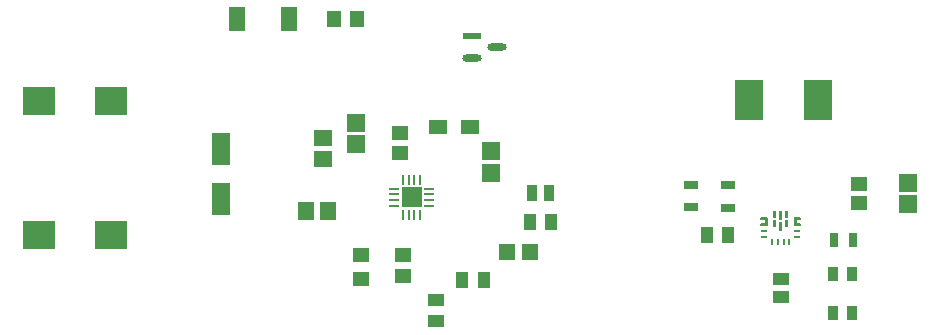
<source format=gtp>
G04*
G04 #@! TF.GenerationSoftware,Altium Limited,Altium Designer,24.2.2 (26)*
G04*
G04 Layer_Color=8421504*
%FSLAX44Y44*%
%MOMM*%
G71*
G04*
G04 #@! TF.SameCoordinates,AEC4A8A8-F976-43A1-B07D-7652D342165A*
G04*
G04*
G04 #@! TF.FilePolarity,Positive*
G04*
G01*
G75*
%ADD17R,1.4000X2.0000*%
%ADD18R,0.8081X1.2621*%
%ADD19R,1.3562X1.0546*%
%ADD20R,0.8000X1.2500*%
%ADD21R,1.0000X1.3500*%
%ADD22R,0.2400X0.6000*%
%ADD23R,0.6000X0.2400*%
%ADD24R,1.5562X1.5046*%
%ADD25R,1.4562X1.2546*%
%ADD26R,1.3000X0.7000*%
%ADD27R,2.4130X3.4290*%
%ADD28R,2.8000X2.4000*%
%ADD29R,1.6000X2.8000*%
%ADD30R,1.5000X1.2000*%
%ADD31R,1.2000X1.4500*%
G04:AMPARAMS|DCode=32|XSize=1.636mm|YSize=0.6251mm|CornerRadius=0.3125mm|HoleSize=0mm|Usage=FLASHONLY|Rotation=0.000|XOffset=0mm|YOffset=0mm|HoleType=Round|Shape=RoundedRectangle|*
%AMROUNDEDRECTD32*
21,1,1.6360,0.0000,0,0,0.0*
21,1,1.0110,0.6251,0,0,0.0*
1,1,0.6251,0.5055,0.0000*
1,1,0.6251,-0.5055,0.0000*
1,1,0.6251,-0.5055,0.0000*
1,1,0.6251,0.5055,0.0000*
%
%ADD32ROUNDEDRECTD32*%
%ADD33R,1.6360X0.6251*%
%ADD34R,1.8034X1.8034*%
%ADD35R,0.2540X0.8128*%
%ADD36R,0.8128X0.2540*%
%ADD37R,1.5082X1.4057*%
%ADD38R,1.3621X1.1546*%
%ADD39R,0.9500X1.3500*%
%ADD40R,1.4057X1.5082*%
%ADD41R,1.3546X1.4621*%
%ADD42R,1.4500X1.2000*%
%ADD43R,1.3500X1.0000*%
G36*
X974857Y1053355D02*
X974951Y1053327D01*
X975038Y1053281D01*
X975114Y1053219D01*
X975176Y1053143D01*
X975222Y1053056D01*
X975250Y1052962D01*
X975260Y1052865D01*
Y1048115D01*
X975250Y1048018D01*
X975222Y1047924D01*
X975176Y1047837D01*
X975114Y1047762D01*
X975038Y1047699D01*
X974951Y1047653D01*
X974857Y1047625D01*
X974760Y1047615D01*
X973260D01*
X973162Y1047625D01*
X973069Y1047653D01*
X972982Y1047699D01*
X972906Y1047762D01*
X972844Y1047837D01*
X972798Y1047924D01*
X972770Y1048018D01*
X972760Y1048115D01*
Y1052865D01*
X972770Y1052962D01*
X972798Y1053056D01*
X972844Y1053143D01*
X972906Y1053219D01*
X972982Y1053281D01*
X973069Y1053327D01*
X973162Y1053355D01*
X973260Y1053365D01*
X974760D01*
X974857Y1053355D01*
D02*
G37*
G36*
X964858D02*
X964951Y1053327D01*
X965038Y1053281D01*
X965114Y1053219D01*
X965176Y1053143D01*
X965222Y1053056D01*
X965250Y1052962D01*
X965260Y1052865D01*
Y1048115D01*
X965250Y1048018D01*
X965222Y1047924D01*
X965176Y1047837D01*
X965114Y1047762D01*
X965038Y1047699D01*
X964951Y1047653D01*
X964858Y1047625D01*
X964760Y1047615D01*
X963260D01*
X963163Y1047625D01*
X963069Y1047653D01*
X962982Y1047699D01*
X962906Y1047762D01*
X962844Y1047837D01*
X962798Y1047924D01*
X962770Y1048018D01*
X962760Y1048115D01*
Y1052865D01*
X962770Y1052962D01*
X962798Y1053056D01*
X962844Y1053143D01*
X962906Y1053219D01*
X962982Y1053281D01*
X963069Y1053327D01*
X963163Y1053355D01*
X963260Y1053365D01*
X964760D01*
X964858Y1053355D01*
D02*
G37*
G36*
X969857Y1053050D02*
X969951Y1053022D01*
X970038Y1052976D01*
X970114Y1052914D01*
X970176Y1052838D01*
X970222Y1052751D01*
X970250Y1052658D01*
X970260Y1052560D01*
Y1046360D01*
X970250Y1046262D01*
X970222Y1046169D01*
X970176Y1046082D01*
X970114Y1046006D01*
X970038Y1045944D01*
X969951Y1045898D01*
X969857Y1045870D01*
X969760Y1045860D01*
X968260D01*
X968163Y1045870D01*
X968069Y1045898D01*
X967982Y1045944D01*
X967906Y1046006D01*
X967844Y1046082D01*
X967798Y1046169D01*
X967770Y1046262D01*
X967760Y1046360D01*
Y1052560D01*
X967770Y1052658D01*
X967798Y1052751D01*
X967844Y1052838D01*
X967906Y1052914D01*
X967982Y1052976D01*
X968069Y1053022D01*
X968163Y1053050D01*
X968260Y1053060D01*
X969760D01*
X969857Y1053050D01*
D02*
G37*
G36*
X985608Y1047850D02*
X985701Y1047822D01*
X985788Y1047776D01*
X985863Y1047714D01*
X985926Y1047638D01*
X985972Y1047551D01*
X986000Y1047458D01*
X986010Y1047360D01*
Y1045860D01*
X986000Y1045762D01*
X985972Y1045669D01*
X985926Y1045582D01*
X985863Y1045507D01*
X985788Y1045444D01*
X985701Y1045398D01*
X985608Y1045370D01*
X985510Y1045360D01*
X982510D01*
Y1042860D01*
X985510D01*
X985608Y1042850D01*
X985701Y1042822D01*
X985788Y1042776D01*
X985863Y1042713D01*
X985926Y1042638D01*
X985972Y1042551D01*
X986000Y1042458D01*
X986010Y1042360D01*
Y1040860D01*
X986000Y1040762D01*
X985972Y1040669D01*
X985926Y1040582D01*
X985863Y1040506D01*
X985788Y1040444D01*
X985701Y1040398D01*
X985608Y1040370D01*
X985510Y1040360D01*
X980510D01*
X980412Y1040370D01*
X980319Y1040398D01*
X980272Y1040423D01*
X980232Y1040444D01*
X980156Y1040506D01*
Y1040507D01*
X980156D01*
X980094Y1040582D01*
X980073Y1040622D01*
X980048Y1040669D01*
X980020Y1040762D01*
X980010Y1040860D01*
Y1042360D01*
Y1045860D01*
Y1047360D01*
X980020Y1047458D01*
X980048Y1047551D01*
X980073Y1047598D01*
X980094Y1047638D01*
X980156Y1047714D01*
X980156D01*
Y1047714D01*
X980232Y1047776D01*
X980272Y1047797D01*
X980319Y1047822D01*
X980412Y1047850D01*
X980510Y1047860D01*
X985510D01*
X985608Y1047850D01*
D02*
G37*
G36*
X957608D02*
X957701Y1047822D01*
X957748Y1047797D01*
X957788Y1047776D01*
X957863Y1047714D01*
Y1047714D01*
X957864D01*
X957926Y1047638D01*
X957947Y1047598D01*
X957972Y1047551D01*
X958000Y1047458D01*
X958010Y1047360D01*
Y1042360D01*
Y1040860D01*
X958000Y1040762D01*
X957972Y1040669D01*
X957947Y1040622D01*
X957926Y1040582D01*
X957864Y1040507D01*
X957863D01*
Y1040506D01*
X957788Y1040444D01*
X957748Y1040423D01*
X957701Y1040398D01*
X957608Y1040370D01*
X957510Y1040360D01*
X952510D01*
X952412Y1040370D01*
X952319Y1040398D01*
X952232Y1040444D01*
X952157Y1040506D01*
X952094Y1040582D01*
X952048Y1040669D01*
X952020Y1040762D01*
X952010Y1040860D01*
Y1042360D01*
X952020Y1042458D01*
X952048Y1042551D01*
X952094Y1042638D01*
X952157Y1042713D01*
X952232Y1042776D01*
X952319Y1042822D01*
X952412Y1042850D01*
X952510Y1042860D01*
X955510D01*
Y1045360D01*
X952510D01*
X952412Y1045370D01*
X952319Y1045398D01*
X952232Y1045444D01*
X952157Y1045507D01*
X952094Y1045582D01*
X952048Y1045669D01*
X952020Y1045762D01*
X952010Y1045860D01*
Y1047360D01*
X952020Y1047458D01*
X952048Y1047551D01*
X952094Y1047638D01*
X952157Y1047714D01*
X952232Y1047776D01*
X952319Y1047822D01*
X952412Y1047850D01*
X952510Y1047860D01*
X957510D01*
X957608Y1047850D01*
D02*
G37*
G36*
X974857Y1045605D02*
X974951Y1045577D01*
X975038Y1045531D01*
X975114Y1045469D01*
X975176Y1045393D01*
X975222Y1045306D01*
X975250Y1045212D01*
X975260Y1045115D01*
Y1040365D01*
X975250Y1040267D01*
X975222Y1040174D01*
X975176Y1040087D01*
X975114Y1040012D01*
X975038Y1039949D01*
X974951Y1039903D01*
X974857Y1039875D01*
X974760Y1039865D01*
X973260D01*
X973162Y1039875D01*
X973069Y1039903D01*
X972982Y1039949D01*
X972906Y1040012D01*
X972844Y1040087D01*
X972798Y1040174D01*
X972770Y1040267D01*
X972760Y1040365D01*
Y1045115D01*
X972770Y1045212D01*
X972798Y1045306D01*
X972844Y1045393D01*
X972906Y1045469D01*
X972982Y1045531D01*
X973069Y1045577D01*
X973162Y1045605D01*
X973260Y1045615D01*
X974760D01*
X974857Y1045605D01*
D02*
G37*
G36*
X964858D02*
X964951Y1045577D01*
X965038Y1045531D01*
X965114Y1045469D01*
X965176Y1045393D01*
X965222Y1045306D01*
X965250Y1045212D01*
X965260Y1045115D01*
Y1040365D01*
X965250Y1040267D01*
X965222Y1040174D01*
X965176Y1040087D01*
X965114Y1040012D01*
X965038Y1039949D01*
X964951Y1039903D01*
X964858Y1039875D01*
X964760Y1039865D01*
X963260D01*
X963163Y1039875D01*
X963069Y1039903D01*
X962982Y1039949D01*
X962906Y1040012D01*
X962844Y1040087D01*
X962798Y1040174D01*
X962770Y1040267D01*
X962760Y1040365D01*
Y1045115D01*
X962770Y1045212D01*
X962798Y1045306D01*
X962844Y1045393D01*
X962906Y1045469D01*
X962982Y1045531D01*
X963069Y1045577D01*
X963163Y1045605D01*
X963260Y1045615D01*
X964760D01*
X964858Y1045605D01*
D02*
G37*
G36*
X969857Y1043850D02*
X969951Y1043822D01*
X970038Y1043776D01*
X970114Y1043714D01*
X970176Y1043638D01*
X970222Y1043551D01*
X970250Y1043458D01*
X970260Y1043360D01*
Y1037160D01*
X970250Y1037062D01*
X970222Y1036969D01*
X970176Y1036882D01*
X970114Y1036806D01*
X970038Y1036744D01*
X969951Y1036698D01*
X969857Y1036670D01*
X969760Y1036660D01*
X968260D01*
X968163Y1036670D01*
X968069Y1036698D01*
X967982Y1036744D01*
X967906Y1036806D01*
X967844Y1036882D01*
X967798Y1036969D01*
X967770Y1037062D01*
X967760Y1037160D01*
Y1043360D01*
X967770Y1043458D01*
X967798Y1043551D01*
X967844Y1043638D01*
X967906Y1043714D01*
X967982Y1043776D01*
X968069Y1043822D01*
X968163Y1043850D01*
X968260Y1043860D01*
X969760D01*
X969857Y1043850D01*
D02*
G37*
D17*
X552860Y1215390D02*
D03*
X508860D02*
D03*
D18*
X1029100Y999490D02*
D03*
X1013060D02*
D03*
Y966470D02*
D03*
X1029100D02*
D03*
D19*
X969010Y995318D02*
D03*
Y980802D02*
D03*
D20*
X1030350Y1028700D02*
D03*
X1014350D02*
D03*
D21*
X924670Y1032510D02*
D03*
X906670D02*
D03*
X756810Y1043940D02*
D03*
X774810D02*
D03*
X699550Y994410D02*
D03*
X717550D02*
D03*
D22*
X961510Y1027360D02*
D03*
X966510D02*
D03*
X971510D02*
D03*
X976510D02*
D03*
D23*
X983010Y1031610D02*
D03*
Y1036610D02*
D03*
X955010D02*
D03*
Y1031610D02*
D03*
D24*
X1076960Y1059180D02*
D03*
Y1077196D02*
D03*
X609600Y1109862D02*
D03*
Y1127878D02*
D03*
X723900Y1085614D02*
D03*
Y1103630D02*
D03*
D25*
X1035050Y1059812D02*
D03*
Y1076328D02*
D03*
X646430Y1118876D02*
D03*
Y1102360D02*
D03*
D26*
X924560Y1056030D02*
D03*
Y1075030D02*
D03*
X892810Y1056640D02*
D03*
Y1075640D02*
D03*
D27*
X942340Y1146810D02*
D03*
X1000760D02*
D03*
D28*
X341080Y1146660D02*
D03*
Y1032660D02*
D03*
X402080Y1146660D02*
D03*
Y1032660D02*
D03*
D29*
X495300Y1106080D02*
D03*
Y1063080D02*
D03*
D30*
X705650Y1123950D02*
D03*
X678650D02*
D03*
D31*
X590710Y1215390D02*
D03*
X610710D02*
D03*
D32*
X729192Y1191920D02*
D03*
X707390Y1182420D02*
D03*
D33*
Y1201420D02*
D03*
D34*
X656550Y1064768D02*
D03*
D35*
X649050Y1079500D02*
D03*
X654050D02*
D03*
X659050D02*
D03*
X664050D02*
D03*
Y1050036D02*
D03*
X659050D02*
D03*
X654050D02*
D03*
X649050D02*
D03*
D36*
X671282Y1072268D02*
D03*
Y1067268D02*
D03*
Y1062268D02*
D03*
Y1057268D02*
D03*
X641818D02*
D03*
Y1062268D02*
D03*
Y1067268D02*
D03*
Y1072268D02*
D03*
D37*
X581660Y1115432D02*
D03*
Y1096908D02*
D03*
D38*
X648970Y1015868D02*
D03*
Y998352D02*
D03*
D39*
X758310Y1068070D02*
D03*
X773310D02*
D03*
D40*
X567318Y1052830D02*
D03*
X585842D02*
D03*
D41*
X756518Y1018540D02*
D03*
X737002D02*
D03*
D42*
X613410Y1015840D02*
D03*
Y995840D02*
D03*
D43*
X676910Y960010D02*
D03*
Y978010D02*
D03*
M02*

</source>
